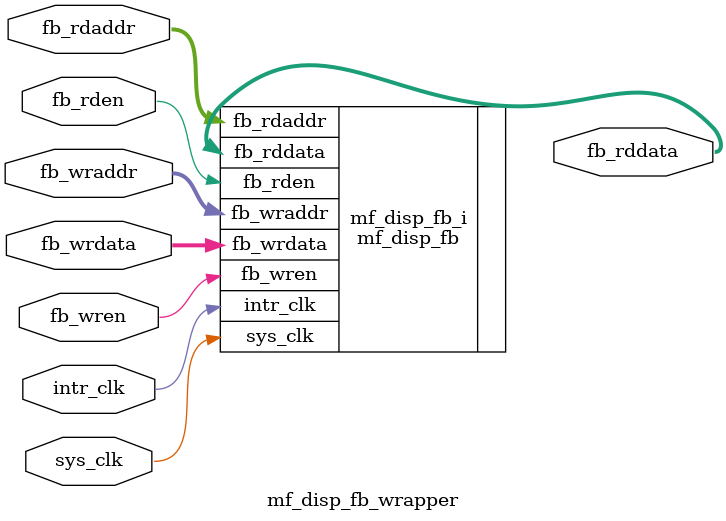
<source format=v>
`timescale 1 ps / 1 ps

module mf_disp_fb_wrapper
   (fb_rdaddr,
    fb_rddata,
    fb_rden,
    fb_wraddr,
    fb_wrdata,
    fb_wren,
    intr_clk,
    sys_clk);
  input [14:0]fb_rdaddr;
  output [31:0]fb_rddata;
  input fb_rden;
  input [14:0]fb_wraddr;
  input [31:0]fb_wrdata;
  input fb_wren;
  input intr_clk;
  input sys_clk;

  wire [14:0]fb_rdaddr;
  wire [31:0]fb_rddata;
  wire fb_rden;
  wire [14:0]fb_wraddr;
  wire [31:0]fb_wrdata;
  wire fb_wren;
  wire intr_clk;
  wire sys_clk;

mf_disp_fb mf_disp_fb_i
       (.fb_rdaddr(fb_rdaddr),
        .fb_rddata(fb_rddata),
        .fb_rden(fb_rden),
        .fb_wraddr(fb_wraddr),
        .fb_wrdata(fb_wrdata),
        .fb_wren(fb_wren),
        .intr_clk(intr_clk),
        .sys_clk(sys_clk));
endmodule

</source>
